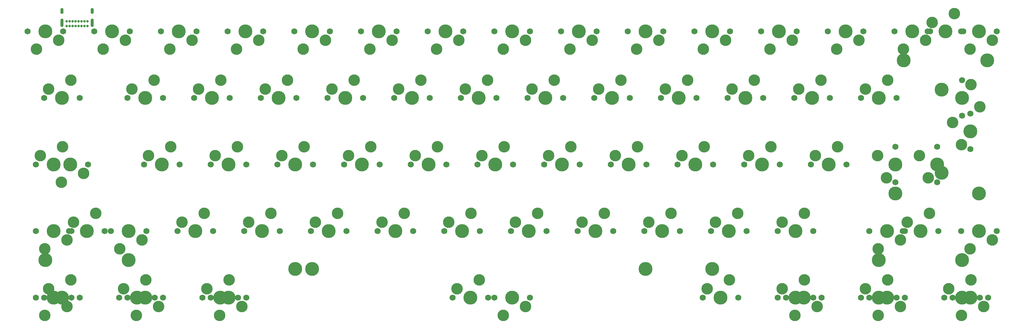
<source format=gbr>
%TF.GenerationSoftware,KiCad,Pcbnew,7.0.1*%
%TF.CreationDate,2023-05-13T17:15:19-04:00*%
%TF.ProjectId,PCB,5043422e-6b69-4636-9164-5f7063625858,rev?*%
%TF.SameCoordinates,Original*%
%TF.FileFunction,Soldermask,Top*%
%TF.FilePolarity,Negative*%
%FSLAX46Y46*%
G04 Gerber Fmt 4.6, Leading zero omitted, Abs format (unit mm)*
G04 Created by KiCad (PCBNEW 7.0.1) date 2023-05-13 17:15:19*
%MOMM*%
%LPD*%
G01*
G04 APERTURE LIST*
%ADD10C,3.987800*%
%ADD11C,1.750000*%
%ADD12C,3.300000*%
%ADD13C,0.700000*%
%ADD14O,0.900000X1.700000*%
%ADD15O,0.900000X2.400000*%
G04 APERTURE END LIST*
D10*
%TO.C,S2*%
X0Y-65405000D03*
X23812500Y-65405000D03*
%TD*%
%TO.C,S1*%
X171450000Y-67945000D03*
X71437500Y-67945000D03*
%TD*%
%TO.C,S7*%
X256063750Y-16668750D03*
X256063750Y-40481250D03*
%TD*%
%TO.C,S3*%
X238125000Y-65405000D03*
X261937500Y-65405000D03*
%TD*%
%TO.C,S4*%
X242887500Y-46355000D03*
X266700000Y-46355000D03*
%TD*%
%TO.C,S5*%
X245268750Y-8255000D03*
X269081250Y-8255000D03*
%TD*%
%TO.C,S6*%
X190500000Y-67945000D03*
X76200000Y-67945000D03*
%TD*%
D11*
%TO.C,SW36*%
X152717500Y-38100000D03*
D10*
X147637500Y-38100000D03*
D11*
X142557500Y-38100000D03*
D12*
X143827500Y-35560000D03*
X150177500Y-33020000D03*
%TD*%
D11*
%TO.C,SW65*%
X128270000Y-76200000D03*
D10*
X133350000Y-76200000D03*
D11*
X138430000Y-76200000D03*
D12*
X137160000Y-78740000D03*
X130810000Y-81280000D03*
%TD*%
D11*
%TO.C,SW8*%
X128270000Y0D03*
D10*
X133350000Y0D03*
D11*
X138430000Y0D03*
D12*
X137160000Y-2540000D03*
X130810000Y-5080000D03*
%TD*%
D11*
%TO.C,SW74*%
X235426250Y-57150000D03*
D10*
X240506250Y-57150000D03*
D11*
X245586250Y-57150000D03*
D12*
X244316250Y-59690000D03*
X237966250Y-62230000D03*
%TD*%
D11*
%TO.C,SW46*%
X105092500Y-57150000D03*
D10*
X100012500Y-57150000D03*
D11*
X94932500Y-57150000D03*
D12*
X96202500Y-54610000D03*
X102552500Y-52070000D03*
%TD*%
D11*
%TO.C,SW42*%
X16986250Y-57150000D03*
D10*
X11906250Y-57150000D03*
D11*
X6826250Y-57150000D03*
D12*
X8096250Y-54610000D03*
X14446250Y-52070000D03*
%TD*%
D11*
%TO.C,SW6*%
X90170000Y0D03*
D10*
X95250000Y0D03*
D11*
X100330000Y0D03*
D12*
X99060000Y-2540000D03*
X92710000Y-5080000D03*
%TD*%
D13*
%TO.C,J1*%
X6103125Y1496875D03*
X6953125Y1496875D03*
X7803125Y1496875D03*
X8653125Y1496875D03*
X9503125Y1496875D03*
X10353125Y1496875D03*
X11203125Y1496875D03*
X12053125Y1496875D03*
X12053125Y2846875D03*
X11203125Y2846875D03*
X10353125Y2846875D03*
X9503125Y2846875D03*
X8653125Y2846875D03*
X7803125Y2846875D03*
X6953125Y2846875D03*
X6103125Y2846875D03*
D14*
X4753125Y5856875D03*
D15*
X4753125Y2476875D03*
D14*
X13403125Y5856875D03*
D15*
X13403125Y2476875D03*
%TD*%
D11*
%TO.C,SW51*%
X200342500Y-57150000D03*
D10*
X195262500Y-57150000D03*
D11*
X190182500Y-57150000D03*
D12*
X191452500Y-54610000D03*
X197802500Y-52070000D03*
%TD*%
D11*
%TO.C,SW57*%
X126523750Y-76200000D03*
D10*
X121443750Y-76200000D03*
D11*
X116363750Y-76200000D03*
D12*
X117633750Y-73660000D03*
X123983750Y-71120000D03*
%TD*%
D11*
%TO.C,SW62*%
X9842500Y-76200000D03*
D10*
X4762500Y-76200000D03*
D11*
X-317500Y-76200000D03*
D12*
X952500Y-73660000D03*
X7302500Y-71120000D03*
%TD*%
D11*
%TO.C,SW1*%
X-5080000Y0D03*
D10*
X0Y0D03*
D11*
X5080000Y0D03*
D12*
X3810000Y-2540000D03*
X-2540000Y-5080000D03*
%TD*%
D11*
%TO.C,SW38*%
X190817500Y-38100000D03*
D10*
X185737500Y-38100000D03*
D11*
X180657500Y-38100000D03*
D12*
X181927500Y-35560000D03*
X188277500Y-33020000D03*
%TD*%
D11*
%TO.C,SW3*%
X33020000Y0D03*
D10*
X38100000Y0D03*
D11*
X43180000Y0D03*
D12*
X41910000Y-2540000D03*
X35560000Y-5080000D03*
%TD*%
D11*
%TO.C,SW30*%
X38417500Y-38100000D03*
D10*
X33337500Y-38100000D03*
D11*
X28257500Y-38100000D03*
D12*
X29527500Y-35560000D03*
X35877500Y-33020000D03*
%TD*%
D11*
%TO.C,SW20*%
X109855000Y-19050000D03*
D10*
X104775000Y-19050000D03*
D11*
X99695000Y-19050000D03*
D12*
X100965000Y-16510000D03*
X107315000Y-13970000D03*
%TD*%
D11*
%TO.C,SW37*%
X171767500Y-38100000D03*
D10*
X166687500Y-38100000D03*
D11*
X161607500Y-38100000D03*
D12*
X162877500Y-35560000D03*
X169227500Y-33020000D03*
%TD*%
D11*
%TO.C,SW79*%
X18732500Y-57150000D03*
D10*
X23812500Y-57150000D03*
D11*
X28892500Y-57150000D03*
D12*
X27622500Y-59690000D03*
X21272500Y-62230000D03*
%TD*%
D11*
%TO.C,SW27*%
X243205000Y-19050000D03*
D10*
X238125000Y-19050000D03*
D11*
X233045000Y-19050000D03*
D12*
X234315000Y-16510000D03*
X240665000Y-13970000D03*
%TD*%
D11*
%TO.C,SW35*%
X133667500Y-38100000D03*
D10*
X128587500Y-38100000D03*
D11*
X123507500Y-38100000D03*
D12*
X124777500Y-35560000D03*
X131127500Y-33020000D03*
%TD*%
D11*
%TO.C,SW69*%
X7461250Y-38100000D03*
D10*
X2381250Y-38100000D03*
D11*
X-2698750Y-38100000D03*
D12*
X-1428750Y-35560000D03*
X4921250Y-33020000D03*
%TD*%
D11*
%TO.C,SW28*%
X261937500Y-24130000D03*
D10*
X261937500Y-19050000D03*
D11*
X261937500Y-13970000D03*
D12*
X264477500Y-15240000D03*
X267017500Y-21590000D03*
%TD*%
D11*
%TO.C,SW75*%
X255111250Y-57150000D03*
D10*
X250031250Y-57150000D03*
D11*
X244951250Y-57150000D03*
D12*
X246221250Y-54610000D03*
X252571250Y-52070000D03*
%TD*%
D11*
%TO.C,SW14*%
X262255000Y0D03*
D10*
X257175000Y0D03*
D11*
X252095000Y0D03*
D12*
X253365000Y2540000D03*
X259715000Y5080000D03*
%TD*%
D11*
%TO.C,SW63*%
X23495000Y-76200000D03*
D10*
X28575000Y-76200000D03*
D11*
X33655000Y-76200000D03*
D12*
X32385000Y-78740000D03*
X26035000Y-81280000D03*
%TD*%
D11*
%TO.C,SW70*%
X242570000Y0D03*
D10*
X247650000Y0D03*
D11*
X252730000Y0D03*
D12*
X251460000Y-2540000D03*
X245110000Y-5080000D03*
%TD*%
D11*
%TO.C,SW2*%
X13970000Y0D03*
D10*
X19050000Y0D03*
D11*
X24130000Y0D03*
D12*
X22860000Y-2540000D03*
X16510000Y-5080000D03*
%TD*%
D11*
%TO.C,SW54*%
X-2698750Y-76200000D03*
D10*
X2381250Y-76200000D03*
D11*
X7461250Y-76200000D03*
D12*
X6191250Y-78740000D03*
X-158750Y-81280000D03*
%TD*%
D11*
%TO.C,SW29*%
X2063750Y-38100000D03*
D10*
X7143750Y-38100000D03*
D11*
X12223750Y-38100000D03*
D12*
X10953750Y-40640000D03*
X4603750Y-43180000D03*
%TD*%
D11*
%TO.C,SW31*%
X57467500Y-38100000D03*
D10*
X52387500Y-38100000D03*
D11*
X47307500Y-38100000D03*
D12*
X48577500Y-35560000D03*
X54927500Y-33020000D03*
%TD*%
D11*
%TO.C,SW9*%
X147320000Y0D03*
D10*
X152400000Y0D03*
D11*
X157480000Y0D03*
D12*
X156210000Y-2540000D03*
X149860000Y-5080000D03*
%TD*%
D11*
%TO.C,SW19*%
X90805000Y-19050000D03*
D10*
X85725000Y-19050000D03*
D11*
X80645000Y-19050000D03*
D12*
X81915000Y-16510000D03*
X88265000Y-13970000D03*
%TD*%
D11*
%TO.C,SW40*%
X228917500Y-38100000D03*
D10*
X223837500Y-38100000D03*
D11*
X218757500Y-38100000D03*
D12*
X220027500Y-35560000D03*
X226377500Y-33020000D03*
%TD*%
D11*
%TO.C,SW7*%
X109220000Y0D03*
D10*
X114300000Y0D03*
D11*
X119380000Y0D03*
D12*
X118110000Y-2540000D03*
X111760000Y-5080000D03*
%TD*%
D11*
%TO.C,SW58*%
X197961250Y-76200000D03*
D10*
X192881250Y-76200000D03*
D11*
X187801250Y-76200000D03*
D12*
X189071250Y-73660000D03*
X195421250Y-71120000D03*
%TD*%
D11*
%TO.C,SW71*%
X261620000Y0D03*
D10*
X266700000Y0D03*
D11*
X271780000Y0D03*
D12*
X270510000Y-2540000D03*
X264160000Y-5080000D03*
%TD*%
D11*
%TO.C,SW23*%
X167005000Y-19050000D03*
D10*
X161925000Y-19050000D03*
D11*
X156845000Y-19050000D03*
D12*
X158115000Y-16510000D03*
X164465000Y-13970000D03*
%TD*%
D11*
%TO.C,SW78*%
X-2698750Y-57150000D03*
D10*
X2381250Y-57150000D03*
D11*
X7461250Y-57150000D03*
D12*
X6191250Y-59690000D03*
X-158750Y-62230000D03*
%TD*%
D11*
%TO.C,SW16*%
X33655000Y-19050000D03*
D10*
X28575000Y-19050000D03*
D11*
X23495000Y-19050000D03*
D12*
X24765000Y-16510000D03*
X31115000Y-13970000D03*
%TD*%
D11*
%TO.C,SW52*%
X219392500Y-57150000D03*
D10*
X214312500Y-57150000D03*
D11*
X209232500Y-57150000D03*
D12*
X210502500Y-54610000D03*
X216852500Y-52070000D03*
%TD*%
D11*
%TO.C,SW55*%
X31273750Y-76200000D03*
D10*
X26193750Y-76200000D03*
D11*
X21113750Y-76200000D03*
D12*
X22383750Y-73660000D03*
X28733750Y-71120000D03*
%TD*%
D11*
%TO.C,SW43*%
X47942500Y-57150000D03*
D10*
X42862500Y-57150000D03*
D11*
X37782500Y-57150000D03*
D12*
X39052500Y-54610000D03*
X45402500Y-52070000D03*
%TD*%
D11*
%TO.C,SW25*%
X205105000Y-19050000D03*
D10*
X200025000Y-19050000D03*
D11*
X194945000Y-19050000D03*
D12*
X196215000Y-16510000D03*
X202565000Y-13970000D03*
%TD*%
D11*
%TO.C,SW53*%
X261620000Y-57150000D03*
D10*
X266700000Y-57150000D03*
D11*
X271780000Y-57150000D03*
D12*
X270510000Y-59690000D03*
X264160000Y-62230000D03*
%TD*%
D11*
%TO.C,SW45*%
X86042500Y-57150000D03*
D10*
X80962500Y-57150000D03*
D11*
X75882500Y-57150000D03*
D12*
X77152500Y-54610000D03*
X83502500Y-52070000D03*
%TD*%
D11*
%TO.C,SW11*%
X185420000Y0D03*
D10*
X190500000Y0D03*
D11*
X195580000Y0D03*
D12*
X194310000Y-2540000D03*
X187960000Y-5080000D03*
%TD*%
D11*
%TO.C,SW34*%
X114617500Y-38100000D03*
D10*
X109537500Y-38100000D03*
D11*
X104457500Y-38100000D03*
D12*
X105727500Y-35560000D03*
X112077500Y-33020000D03*
%TD*%
D11*
%TO.C,SW10*%
X166370000Y0D03*
D10*
X171450000Y0D03*
D11*
X176530000Y0D03*
D12*
X175260000Y-2540000D03*
X168910000Y-5080000D03*
%TD*%
D11*
%TO.C,SW49*%
X162242500Y-57150000D03*
D10*
X157162500Y-57150000D03*
D11*
X152082500Y-57150000D03*
D12*
X153352500Y-54610000D03*
X159702500Y-52070000D03*
%TD*%
D11*
%TO.C,SW48*%
X143192500Y-57150000D03*
D10*
X138112500Y-57150000D03*
D11*
X133032500Y-57150000D03*
D12*
X134302500Y-54610000D03*
X140652500Y-52070000D03*
%TD*%
D11*
%TO.C,SW32*%
X76517500Y-38100000D03*
D10*
X71437500Y-38100000D03*
D11*
X66357500Y-38100000D03*
D12*
X67627500Y-35560000D03*
X73977500Y-33020000D03*
%TD*%
D11*
%TO.C,SW18*%
X71755000Y-19050000D03*
D10*
X66675000Y-19050000D03*
D11*
X61595000Y-19050000D03*
D12*
X62865000Y-16510000D03*
X69215000Y-13970000D03*
%TD*%
D11*
%TO.C,SW50*%
X181292500Y-57150000D03*
D10*
X176212500Y-57150000D03*
D11*
X171132500Y-57150000D03*
D12*
X172402500Y-54610000D03*
X178752500Y-52070000D03*
%TD*%
D11*
%TO.C,SW61*%
X211613750Y-76200000D03*
D10*
X216693750Y-76200000D03*
D11*
X221773750Y-76200000D03*
D12*
X220503750Y-78740000D03*
X214153750Y-81280000D03*
%TD*%
D11*
%TO.C,SW47*%
X124142500Y-57150000D03*
D10*
X119062500Y-57150000D03*
D11*
X113982500Y-57150000D03*
D12*
X115252500Y-54610000D03*
X121602500Y-52070000D03*
%TD*%
D11*
%TO.C,SW12*%
X204470000Y0D03*
D10*
X209550000Y0D03*
D11*
X214630000Y0D03*
D12*
X213360000Y-2540000D03*
X207010000Y-5080000D03*
%TD*%
D11*
%TO.C,SW64*%
X47307500Y-76200000D03*
D10*
X52387500Y-76200000D03*
D11*
X57467500Y-76200000D03*
D12*
X56197500Y-78740000D03*
X49847500Y-81280000D03*
%TD*%
D11*
%TO.C,SW59*%
X235426250Y-76200000D03*
D10*
X240506250Y-76200000D03*
D11*
X245586250Y-76200000D03*
D12*
X244316250Y-78740000D03*
X237966250Y-81280000D03*
%TD*%
D11*
%TO.C,SW24*%
X186055000Y-19050000D03*
D10*
X180975000Y-19050000D03*
D11*
X175895000Y-19050000D03*
D12*
X177165000Y-16510000D03*
X183515000Y-13970000D03*
%TD*%
D11*
%TO.C,SW76*%
X264318750Y-23495000D03*
D10*
X264318750Y-28575000D03*
D11*
X264318750Y-33655000D03*
D12*
X261778750Y-32385000D03*
X259238750Y-26035000D03*
%TD*%
D11*
%TO.C,SW67*%
X243205000Y-76200000D03*
D10*
X238125000Y-76200000D03*
D11*
X233045000Y-76200000D03*
D12*
X234315000Y-73660000D03*
X240665000Y-71120000D03*
%TD*%
D11*
%TO.C,SW41*%
X254793750Y-33020000D03*
D10*
X254793750Y-38100000D03*
D11*
X254793750Y-43180000D03*
D12*
X252253750Y-41910000D03*
X249713750Y-35560000D03*
%TD*%
D11*
%TO.C,SW33*%
X95567500Y-38100000D03*
D10*
X90487500Y-38100000D03*
D11*
X85407500Y-38100000D03*
D12*
X86677500Y-35560000D03*
X93027500Y-33020000D03*
%TD*%
D11*
%TO.C,SW17*%
X52705000Y-19050000D03*
D10*
X47625000Y-19050000D03*
D11*
X42545000Y-19050000D03*
D12*
X43815000Y-16510000D03*
X50165000Y-13970000D03*
%TD*%
D11*
%TO.C,SW4*%
X52070000Y0D03*
D10*
X57150000Y0D03*
D11*
X62230000Y0D03*
D12*
X60960000Y-2540000D03*
X54610000Y-5080000D03*
%TD*%
D11*
%TO.C,SW15*%
X9842500Y-19050000D03*
D10*
X4762500Y-19050000D03*
D11*
X-317500Y-19050000D03*
D12*
X952500Y-16510000D03*
X7302500Y-13970000D03*
%TD*%
D11*
%TO.C,SW39*%
X209867500Y-38100000D03*
D10*
X204787500Y-38100000D03*
D11*
X199707500Y-38100000D03*
D12*
X200977500Y-35560000D03*
X207327500Y-33020000D03*
%TD*%
D11*
%TO.C,SW44*%
X66992500Y-57150000D03*
D10*
X61912500Y-57150000D03*
D11*
X56832500Y-57150000D03*
D12*
X58102500Y-54610000D03*
X64452500Y-52070000D03*
%TD*%
D11*
%TO.C,SW77*%
X242887500Y-33020000D03*
D10*
X242887500Y-38100000D03*
D11*
X242887500Y-43180000D03*
D12*
X240347500Y-41910000D03*
X237807500Y-35560000D03*
%TD*%
D11*
%TO.C,SW21*%
X128905000Y-19050000D03*
D10*
X123825000Y-19050000D03*
D11*
X118745000Y-19050000D03*
D12*
X120015000Y-16510000D03*
X126365000Y-13970000D03*
%TD*%
D11*
%TO.C,SW13*%
X223520000Y0D03*
D10*
X228600000Y0D03*
D11*
X233680000Y0D03*
D12*
X232410000Y-2540000D03*
X226060000Y-5080000D03*
%TD*%
D11*
%TO.C,SW66*%
X219392500Y-76200000D03*
D10*
X214312500Y-76200000D03*
D11*
X209232500Y-76200000D03*
D12*
X210502500Y-73660000D03*
X216852500Y-71120000D03*
%TD*%
D11*
%TO.C,SW60*%
X259238750Y-76200000D03*
D10*
X264318750Y-76200000D03*
D11*
X269398750Y-76200000D03*
D12*
X268128750Y-78740000D03*
X261778750Y-81280000D03*
%TD*%
D11*
%TO.C,SW5*%
X71120000Y0D03*
D10*
X76200000Y0D03*
D11*
X81280000Y0D03*
D12*
X80010000Y-2540000D03*
X73660000Y-5080000D03*
%TD*%
D11*
%TO.C,SW22*%
X147955000Y-19050000D03*
D10*
X142875000Y-19050000D03*
D11*
X137795000Y-19050000D03*
D12*
X139065000Y-16510000D03*
X145415000Y-13970000D03*
%TD*%
D11*
%TO.C,SW68*%
X267017500Y-76200000D03*
D10*
X261937500Y-76200000D03*
D11*
X256857500Y-76200000D03*
D12*
X258127500Y-73660000D03*
X264477500Y-71120000D03*
%TD*%
D11*
%TO.C,SW26*%
X224155000Y-19050000D03*
D10*
X219075000Y-19050000D03*
D11*
X213995000Y-19050000D03*
D12*
X215265000Y-16510000D03*
X221615000Y-13970000D03*
%TD*%
D11*
%TO.C,SW56*%
X55086250Y-76200000D03*
D10*
X50006250Y-76200000D03*
D11*
X44926250Y-76200000D03*
D12*
X46196250Y-73660000D03*
X52546250Y-71120000D03*
%TD*%
M02*

</source>
